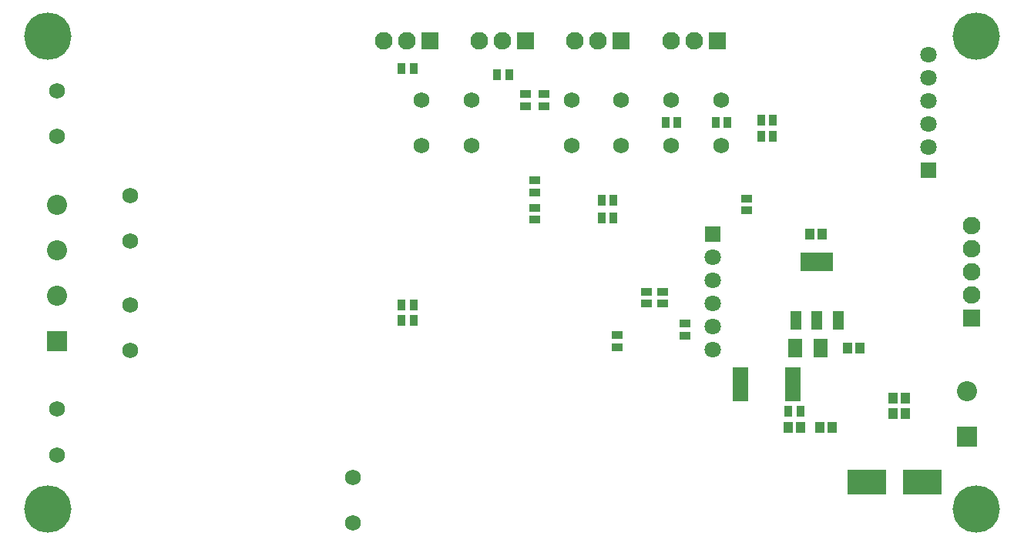
<source format=gbs>
G04 Layer_Color=16711935*
%FSLAX24Y24*%
%MOIN*%
G70*
G01*
G75*
%ADD76R,0.0356X0.0454*%
%ADD77R,0.0454X0.0356*%
%ADD80R,0.0415X0.0454*%
%ADD89C,0.0867*%
%ADD90R,0.0867X0.0867*%
%ADD91C,0.0680*%
%ADD92C,0.0710*%
%ADD93R,0.0710X0.0710*%
%ADD94C,0.0760*%
%ADD95R,0.0760X0.0760*%
%ADD96R,0.0760X0.0760*%
%ADD97C,0.2049*%
%ADD98R,0.1655X0.1064*%
%ADD99R,0.0710X0.1478*%
%ADD100R,0.0631X0.0789*%
%ADD101R,0.0513X0.0848*%
%ADD102R,0.1419X0.0848*%
D76*
X16870Y20669D02*
D03*
X17382D02*
D03*
X21004Y20374D02*
D03*
X21516D02*
D03*
X16870Y9744D02*
D03*
X17382D02*
D03*
X17382Y10433D02*
D03*
X16870D02*
D03*
X30965Y18307D02*
D03*
X30453D02*
D03*
X28799D02*
D03*
X28287D02*
D03*
X25531Y14173D02*
D03*
X26043D02*
D03*
X25531Y14961D02*
D03*
X26043D02*
D03*
X32933Y17717D02*
D03*
X32421D02*
D03*
X32933Y18406D02*
D03*
X32421D02*
D03*
X33602Y5807D02*
D03*
X34114D02*
D03*
D77*
X22244Y19035D02*
D03*
Y19547D02*
D03*
X23031Y19547D02*
D03*
Y19035D02*
D03*
X22638Y14626D02*
D03*
Y14114D02*
D03*
Y15295D02*
D03*
Y15807D02*
D03*
X31791Y15020D02*
D03*
Y14508D02*
D03*
X26181Y9114D02*
D03*
Y8602D02*
D03*
X27461Y10472D02*
D03*
Y10984D02*
D03*
X28150Y10984D02*
D03*
Y10472D02*
D03*
X29134Y9606D02*
D03*
Y9094D02*
D03*
D80*
X35502Y5118D02*
D03*
X34970D02*
D03*
X33593D02*
D03*
X34124D02*
D03*
X38652Y5709D02*
D03*
X38120D02*
D03*
X38652Y6398D02*
D03*
X38120D02*
D03*
X36683Y8563D02*
D03*
X36152D02*
D03*
X34534Y13500D02*
D03*
X35066D02*
D03*
D89*
X1969Y14764D02*
D03*
Y12795D02*
D03*
Y10827D02*
D03*
X41339Y6693D02*
D03*
D90*
X1969Y8858D02*
D03*
X41339Y4724D02*
D03*
D91*
X19882Y19291D02*
D03*
Y17323D02*
D03*
X17717Y19291D02*
D03*
Y17323D02*
D03*
X26378D02*
D03*
Y19291D02*
D03*
X24213D02*
D03*
Y17323D02*
D03*
X14764Y2953D02*
D03*
Y984D02*
D03*
X1969Y19685D02*
D03*
Y17717D02*
D03*
X5118Y15157D02*
D03*
Y13189D02*
D03*
Y10433D02*
D03*
Y8465D02*
D03*
X1969Y5906D02*
D03*
Y3937D02*
D03*
X30709Y17323D02*
D03*
Y19291D02*
D03*
X28543Y17323D02*
D03*
Y19291D02*
D03*
D92*
X39665Y20240D02*
D03*
Y21240D02*
D03*
Y19240D02*
D03*
Y17240D02*
D03*
Y18240D02*
D03*
X30315Y9484D02*
D03*
Y8484D02*
D03*
Y10484D02*
D03*
Y12484D02*
D03*
Y11484D02*
D03*
D93*
X39665Y16240D02*
D03*
X30315Y13484D02*
D03*
D94*
X41535Y13843D02*
D03*
Y12843D02*
D03*
Y11843D02*
D03*
Y10843D02*
D03*
X24378Y21850D02*
D03*
X25378D02*
D03*
X16110D02*
D03*
X17110D02*
D03*
X20244D02*
D03*
X21244D02*
D03*
X28512D02*
D03*
X29512D02*
D03*
D95*
X41535Y9843D02*
D03*
D96*
X26378Y21850D02*
D03*
X18110D02*
D03*
X22244D02*
D03*
X30512D02*
D03*
D97*
X1575Y22047D02*
D03*
Y1575D02*
D03*
X41732D02*
D03*
Y22047D02*
D03*
D98*
X36988Y2756D02*
D03*
X39390D02*
D03*
D99*
X33809Y6988D02*
D03*
X31545D02*
D03*
D100*
X33907Y8563D02*
D03*
X34990D02*
D03*
D101*
X35748Y9764D02*
D03*
X34843D02*
D03*
X33937D02*
D03*
D102*
X34843Y12283D02*
D03*
M02*

</source>
